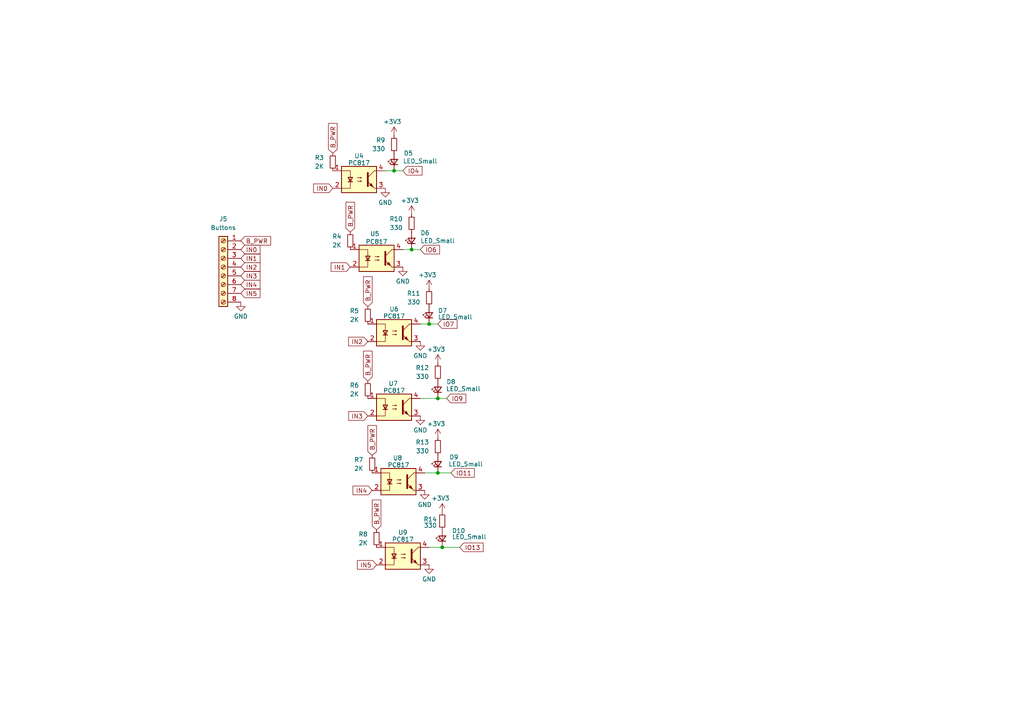
<source format=kicad_sch>
(kicad_sch (version 20250114) (generator "eeschema") (generator_version "9.0")
  (paper "A4")
  (title_block (title "Input Pico") (date "2025-04-08") (rev "v1") (company "Scott Hanson"))
  (lib_symbols
    (symbol "Connector:Screw_Terminal_01x08" (pin_names (offset 1.016) (hide yes))
      (property "Reference" "J" (at 0 10.16 0))
      (property "Value" "Screw_Terminal_01x08" (at 0 -12.7 0))
      (symbol "Screw_Terminal_01x08_1_1"
        (rectangle (start -1.27 8.89) (end 1.27 -11.43) (stroke (width 0.254)) (fill (type background)))
        (polyline (pts (xy -0.5334 7.9502) (xy 0.3302 7.112)) (stroke (width 0.1524)))
        (polyline (pts (xy -0.5334 5.4102) (xy 0.3302 4.572)) (stroke (width 0.1524)))
        (polyline (pts (xy -0.5334 2.8702) (xy 0.3302 2.032)) (stroke (width 0.1524)))
        (polyline (pts (xy -0.5334 0.3302) (xy 0.3302 -0.508)) (stroke (width 0.1524)))
        (polyline (pts (xy -0.5334 -2.2098) (xy 0.3302 -3.048)) (stroke (width 0.1524)))
        (polyline (pts (xy -0.5334 -4.7498) (xy 0.3302 -5.588)) (stroke (width 0.1524)))
        (polyline (pts (xy -0.5334 -7.2898) (xy 0.3302 -8.128)) (stroke (width 0.1524)))
        (polyline (pts (xy -0.5334 -9.8298) (xy 0.3302 -10.668)) (stroke (width 0.1524)))
        (polyline (pts (xy -0.3556 8.128) (xy 0.508 7.2898)) (stroke (width 0.1524)))
        (polyline (pts (xy -0.3556 5.588) (xy 0.508 4.7498)) (stroke (width 0.1524)))
        (polyline (pts (xy -0.3556 3.048) (xy 0.508 2.2098)) (stroke (width 0.1524)))
        (polyline (pts (xy -0.3556 0.508) (xy 0.508 -0.3302)) (stroke (width 0.1524)))
        (polyline (pts (xy -0.3556 -2.032) (xy 0.508 -2.8702)) (stroke (width 0.1524)))
        (polyline (pts (xy -0.3556 -4.572) (xy 0.508 -5.4102)) (stroke (width 0.1524)))
        (polyline (pts (xy -0.3556 -7.112) (xy 0.508 -7.9502)) (stroke (width 0.1524)))
        (polyline (pts (xy -0.3556 -9.652) (xy 0.508 -10.4902)) (stroke (width 0.1524)))
        (circle (center 0 7.62) (radius 0.635) (stroke (width 0.1524)))
        (circle (center 0 5.08) (radius 0.635) (stroke (width 0.1524)))
        (circle (center 0 2.54) (radius 0.635) (stroke (width 0.1524)))
        (circle (center 0 0) (radius 0.635) (stroke (width 0.1524)))
        (circle (center 0 -2.54) (radius 0.635) (stroke (width 0.1524)))
        (circle (center 0 -5.08) (radius 0.635) (stroke (width 0.1524)))
        (circle (center 0 -7.62) (radius 0.635) (stroke (width 0.1524)))
        (circle (center 0 -10.16) (radius 0.635) (stroke (width 0.1524)))
        (pin passive line (at -5.08 7.62 0) (length 3.81) (name "Pin_1") (number "1"))
        (pin passive line (at -5.08 5.08 0) (length 3.81) (name "Pin_2") (number "2"))
        (pin passive line (at -5.08 2.54 0) (length 3.81) (name "Pin_3") (number "3"))
        (pin passive line (at -5.08 0 0) (length 3.81) (name "Pin_4") (number "4"))
        (pin passive line (at -5.08 -2.54 0) (length 3.81) (name "Pin_5") (number "5"))
        (pin passive line (at -5.08 -5.08 0) (length 3.81) (name "Pin_6") (number "6"))
        (pin passive line (at -5.08 -7.62 0) (length 3.81) (name "Pin_7") (number "7"))
        (pin passive line (at -5.08 -10.16 0) (length 3.81) (name "Pin_8") (number "8"))
      )
    )
    (symbol "Device:LED_Small" (pin_numbers (hide yes)) (pin_names (offset 0.254) (hide yes))
      (property "Reference" "D" (at -1.27 3.175 0))
      (property "Value" "LED_Small" (at -4.445 -2.54 0))
      (symbol "LED_Small_0_1"
        (polyline (pts (xy -0.762 -1.016) (xy -0.762 1.016)) (stroke (width 0.254)))
        (polyline (pts (xy 0 0.762) (xy -0.508 1.27) (xy -0.254 1.27) (xy -0.508 1.27) (xy -0.508 1.016)))
        (polyline (pts (xy 0.508 1.27) (xy 0 1.778) (xy 0.254 1.778) (xy 0 1.778) (xy 0 1.524)))
        (polyline (pts (xy 0.762 -1.016) (xy -0.762 0) (xy 0.762 1.016) (xy 0.762 -1.016)) (stroke (width 0.254)))
        (polyline (pts (xy 1.016 0) (xy -0.762 0)))
      )
      (symbol "LED_Small_1_1"
        (pin passive line (at -2.54 0 0) (length 1.778) (name "K") (number "1"))
        (pin passive line (at 2.54 0 180) (length 1.778) (name "A") (number "2"))
      )
    )
    (symbol "Device:R_Small" (pin_numbers (hide yes)) (pin_names (offset 0.254) (hide yes))
      (property "Reference" "R" (at 0.762 0.508 0))
      (property "Value" "R_Small" (at 0.762 -1.016 0))
      (symbol "R_Small_0_1"
        (rectangle (start -0.762 1.778) (end 0.762 -1.778) (stroke (width 0.2032)))
      )
      (symbol "R_Small_1_1"
        (pin passive line (at 0 2.54 270) (length 0.762) (name "~") (number "1"))
        (pin passive line (at 0 -2.54 90) (length 0.762) (name "~") (number "2"))
      )
    )
    (symbol "Isolator:PC817" (pin_names (offset 1.016))
      (property "Reference" "U" (at -5.08 5.08 0))
      (property "Value" "PC817" (at 0 5.08 0))
      (symbol "PC817_0_1"
        (rectangle (start -5.08 3.81) (end 5.08 -3.81) (stroke (width 0.254)) (fill (type background)))
        (polyline (pts (xy -5.08 2.54) (xy -2.54 2.54) (xy -2.54 -0.635)))
        (polyline (pts (xy -3.175 -0.635) (xy -1.905 -0.635)) (stroke (width 0.254)))
        (polyline (pts (xy -2.54 -0.635) (xy -2.54 -2.54) (xy -5.08 -2.54)))
        (polyline (pts (xy -2.54 -0.635) (xy -3.175 0.635) (xy -1.905 0.635) (xy -2.54 -0.635)) (stroke (width 0.254)))
        (polyline (pts (xy -0.508 0.508) (xy 0.762 0.508) (xy 0.381 0.381) (xy 0.381 0.635) (xy 0.762 0.508)))
        (polyline (pts (xy -0.508 -0.508) (xy 0.762 -0.508) (xy 0.381 -0.635) (xy 0.381 -0.381) (xy 0.762 -0.508)))
        (polyline (pts (xy 2.54 1.905) (xy 2.54 -1.905) (xy 2.54 -1.905)) (stroke (width 0.508)))
        (polyline (pts (xy 2.54 0.635) (xy 4.445 2.54)))
        (polyline (pts (xy 3.048 -1.651) (xy 3.556 -1.143) (xy 4.064 -2.159) (xy 3.048 -1.651) (xy 3.048 -1.651)) (fill (type outline)))
        (polyline (pts (xy 4.445 2.54) (xy 5.08 2.54)))
        (polyline (pts (xy 4.445 -2.54) (xy 2.54 -0.635)) (fill (type outline)))
        (polyline (pts (xy 4.445 -2.54) (xy 5.08 -2.54)))
      )
      (symbol "PC817_1_1"
        (pin passive line (at -7.62 2.54 0) (length 2.54) (name "~") (number "1"))
        (pin passive line (at -7.62 -2.54 0) (length 2.54) (name "~") (number "2"))
        (pin passive line (at 7.62 2.54 180) (length 2.54) (name "~") (number "4"))
        (pin passive line (at 7.62 -2.54 180) (length 2.54) (name "~") (number "3"))
      )
    )
    (symbol "power:+3.3V" (power) (pin_names (offset 0))
      (property "Value" "+3.3V" (at 0 3.556 0))
      (symbol "+3.3V_0_1"
        (polyline (pts (xy -0.762 1.27) (xy 0 2.54)))
        (polyline (pts (xy 0 2.54) (xy 0.762 1.27)))
        (polyline (pts (xy 0 0) (xy 0 2.54)))
      )
      (symbol "+3.3V_1_1"
        (pin power_in line (at 0 0 90) (length 0) (hide yes) (name "+3V3") (number "1"))
      )
    )
    (symbol "power:GND" (power) (pin_names (offset 0))
      (property "Value" "GND" (at 0 -3.81 0))
      (symbol "GND_0_1"
        (polyline (pts (xy 0 0) (xy 0 -1.27) (xy 1.27 -1.27) (xy 0 -2.54) (xy -1.27 -1.27) (xy 0 -1.27)))
      )
      (symbol "GND_1_1"
        (pin power_in line (at 0 0 270) (length 0) (hide yes) (name "GND") (number "1"))
      )
    )
  )
  (junction (at 128.27 158.75))
  (junction (at 114.3 49.53))
  (junction (at 127 137.16))
  (junction (at 119.38 72.39))
  (junction (at 124.46 93.98))
  (junction (at 127 115.57))
  (wire (pts (xy 119.38 72.39) (xy 121.92 72.39)))
  (wire (pts (xy 123.19 137.16) (xy 127 137.16)))
  (wire (pts (xy 124.46 93.98) (xy 127 93.98)))
  (wire (pts (xy 116.84 72.39) (xy 119.38 72.39)))
  (wire (pts (xy 114.3 49.53) (xy 116.84 49.53)))
  (wire (pts (xy 124.46 158.75) (xy 128.27 158.75)))
  (wire (pts (xy 121.92 93.98) (xy 124.46 93.98)))
  (wire (pts (xy 128.27 158.75) (xy 133.35 158.75)))
  (wire (pts (xy 127 137.16) (xy 130.81 137.16)))
  (wire (pts (xy 121.92 115.57) (xy 127 115.57)))
  (wire (pts (xy 127 115.57) (xy 129.54 115.57)))
  (wire (pts (xy 111.76 49.53) (xy 114.3 49.53)))
  (global_label "IO7" (shape input) (at 127 93.98 0) (property "Intersheetrefs" "${INTERSHEET_REFS}" (effects (hide yes))))
  (global_label "IN4" (shape input) (at 107.95 142.24 180) (property "Intersheetrefs" "${INTERSHEET_REFS}" (effects (hide yes))))
  (global_label "IN1" (shape input) (at 101.6 77.47 180) (property "Intersheetrefs" "${INTERSHEET_REFS}" (effects (hide yes))))
  (global_label "IO6" (shape input) (at 121.92 72.39 0) (property "Intersheetrefs" "${INTERSHEET_REFS}" (effects (hide yes))))
  (global_label "IN0" (shape input) (at 69.85 72.39 0) (property "Intersheetrefs" "${INTERSHEET_REFS}" (effects (hide yes))))
  (global_label "IO4" (shape input) (at 116.84 49.53 0) (property "Intersheetrefs" "${INTERSHEET_REFS}" (effects (hide yes))))
  (global_label "IN1" (shape input) (at 69.85 74.93 0) (property "Intersheetrefs" "${INTERSHEET_REFS}" (effects (hide yes))))
  (global_label "IO11" (shape input) (at 130.81 137.16 0) (property "Intersheetrefs" "${INTERSHEET_REFS}" (effects (hide yes))))
  (global_label "IN3" (shape input) (at 69.85 80.01 0) (property "Intersheetrefs" "${INTERSHEET_REFS}" (effects (hide yes))))
  (global_label "IN0" (shape input) (at 96.52 54.61 180) (property "Intersheetrefs" "${INTERSHEET_REFS}" (effects (hide yes))))
  (global_label "B_PWR" (shape input) (at 107.95 132.08 90) (property "Intersheetrefs" "${INTERSHEET_REFS}" (effects (hide yes))))
  (global_label "IN3" (shape input) (at 106.68 120.65 180) (property "Intersheetrefs" "${INTERSHEET_REFS}" (effects (hide yes))))
  (global_label "B_PWR" (shape input) (at 106.68 110.49 90) (property "Intersheetrefs" "${INTERSHEET_REFS}" (effects (hide yes))))
  (global_label "IN2" (shape input) (at 69.85 77.47 0) (property "Intersheetrefs" "${INTERSHEET_REFS}" (effects (hide yes))))
  (global_label "IO9" (shape input) (at 129.54 115.57 0) (property "Intersheetrefs" "${INTERSHEET_REFS}" (effects (hide yes))))
  (global_label "B_PWR" (shape input) (at 101.6 67.31 90) (property "Intersheetrefs" "${INTERSHEET_REFS}" (effects (hide yes))))
  (global_label "IN4" (shape input) (at 69.85 82.55 0) (property "Intersheetrefs" "${INTERSHEET_REFS}" (effects (hide yes))))
  (global_label "B_PWR" (shape input) (at 106.68 88.9 90) (property "Intersheetrefs" "${INTERSHEET_REFS}" (effects (hide yes))))
  (global_label "IO13" (shape input) (at 133.35 158.75 0) (property "Intersheetrefs" "${INTERSHEET_REFS}" (effects (hide yes))))
  (global_label "B_PWR" (shape input) (at 96.52 44.45 90) (property "Intersheetrefs" "${INTERSHEET_REFS}" (effects (hide yes))))
  (global_label "B_PWR" (shape input) (at 109.22 153.67 90) (property "Intersheetrefs" "${INTERSHEET_REFS}" (effects (hide yes))))
  (global_label "IN2" (shape input) (at 106.68 99.06 180) (property "Intersheetrefs" "${INTERSHEET_REFS}" (effects (hide yes))))
  (global_label "B_PWR" (shape input) (at 69.85 69.85 0) (property "Intersheetrefs" "${INTERSHEET_REFS}" (effects (hide yes))))
  (global_label "IN5" (shape input) (at 109.22 163.83 180) (property "Intersheetrefs" "${INTERSHEET_REFS}" (effects (hide yes))))
  (global_label "IN5" (shape input) (at 69.85 85.09 0) (property "Intersheetrefs" "${INTERSHEET_REFS}" (effects (hide yes))))
  (symbol (lib_id "Isolator:PC817") (at 114.3 118.11 0) (unit 1)
    (property "Reference" "U7" (at 114.046 111.252 0))
    (property "Value" "PC817" (at 114.3 113.284 0))
    (property "Footprint" "Package_DIP:DIP-4_W7.62mm" (effects (hide yes)))
    (property "Datasheet" "http://www.soselectronic.cz/a_info/resource/d/pc817.pdf" (effects (hide yes)))
    (property "Description" "DC Optocoupler, Vce 35V, CTR 50-300%, DIP-4" (effects (hide yes)))
    (property "LCSC_PN" "C5350" (effects (hide yes)))
  )
  (symbol (lib_id "Isolator:PC817") (at 116.84 161.29 0) (unit 1)
    (property "Reference" "U9" (at 116.84 154.432 0))
    (property "Value" "PC817" (at 116.84 156.464 0))
    (property "Footprint" "Package_DIP:DIP-4_W7.62mm" (effects (hide yes)))
    (property "Datasheet" "http://www.soselectronic.cz/a_info/resource/d/pc817.pdf" (effects (hide yes)))
    (property "Description" "DC Optocoupler, Vce 35V, CTR 50-300%, DIP-4" (effects (hide yes)))
    (property "LCSC_PN" "C5350" (effects (hide yes)))
  )
  (symbol (lib_id "power:+3.3V") (at 127 127 0) (unit 1)
    (property "Reference" "#PWR036" (effects (hide yes)))
    (property "Value" "+3V3" (at 126.492 122.936 0))
  )
  (symbol (lib_id "Device:LED_Small") (at 119.38 69.85 90) (unit 1)
    (property "Reference" "D6" (at 121.92 67.564 90) (effects (justify right)))
    (property "Value" "LED_Small" (at 121.92 69.85 90) (effects (justify right)))
    (property "Footprint" "LED_SMD:LED_0603_1608Metric" (effects (hide yes)))
    (property "Description" "Light emitting diode, small symbol" (effects (hide yes)))
    (property "Sim.Pin" "1=K 2=A" (effects (hide yes)))
    (property "LCSC_PN" "C2286" (effects (hide yes)))
  )
  (symbol (lib_id "power:GND") (at 123.19 142.24 0) (unit 1)
    (property "Reference" "#PWR032" (effects (hide yes)))
    (property "Value" "GND" (at 123.19 146.3755 0))
  )
  (symbol (lib_id "Device:LED_Small") (at 127 134.62 90) (unit 1)
    (property "Reference" "D9" (at 130.302 132.588 90) (effects (justify right)))
    (property "Value" "LED_Small" (at 130.048 134.62 90) (effects (justify right)))
    (property "Footprint" "LED_SMD:LED_0603_1608Metric" (effects (hide yes)))
    (property "Description" "Light emitting diode, small symbol" (effects (hide yes)))
    (property "Sim.Pin" "1=K 2=A" (effects (hide yes)))
    (property "LCSC_PN" "C2286" (effects (hide yes)))
  )
  (symbol (lib_id "power:+3.3V") (at 127 105.41 0) (unit 1)
    (property "Reference" "#PWR035" (effects (hide yes)))
    (property "Value" "+3V3" (at 126.492 101.346 0))
  )
  (symbol (lib_id "power:GND") (at 124.46 163.83 0) (unit 1)
    (property "Reference" "#PWR033" (effects (hide yes)))
    (property "Value" "GND" (at 124.46 167.9655 0))
  )
  (symbol (lib_id "Isolator:PC817") (at 109.22 74.93 0) (unit 1)
    (property "Reference" "U5" (at 108.712 67.818 0))
    (property "Value" "PC817" (at 109.22 70.104 0))
    (property "Footprint" "Package_DIP:DIP-4_W7.62mm" (effects (hide yes)))
    (property "Datasheet" "http://www.soselectronic.cz/a_info/resource/d/pc817.pdf" (effects (hide yes)))
    (property "Description" "DC Optocoupler, Vce 35V, CTR 50-300%, DIP-4" (effects (hide yes)))
    (property "LCSC_PN" "C5350" (effects (hide yes)))
  )
  (symbol (lib_id "power:GND") (at 121.92 99.06 0) (unit 1)
    (property "Reference" "#PWR030" (effects (hide yes)))
    (property "Value" "GND" (at 121.92 103.1955 0))
  )
  (symbol (lib_id "Device:R_Small") (at 109.22 156.21 0) (mirror y) (unit 1)
    (property "Reference" "R8" (at 106.68 154.9399 0) (effects (justify left)))
    (property "Value" "2K" (at 106.68 157.4799 0) (effects (justify left)))
    (property "Footprint" "Resistor_SMD:R_0603_1608Metric" (effects (hide yes)))
    (property "Description" "Resistor, small symbol" (effects (hide yes)))
    (property "LCSC_PN" "C21190" (effects (hide yes)))
  )
  (symbol (lib_id "Device:R_Small") (at 119.38 64.77 0) (mirror y) (unit 1)
    (property "Reference" "R10" (at 116.84 63.4999 0) (effects (justify left)))
    (property "Value" "330" (at 116.84 66.0399 0) (effects (justify left)))
    (property "Footprint" "Resistor_SMD:R_0603_1608Metric" (effects (hide yes)))
    (property "Description" "Resistor, small symbol" (effects (hide yes)))
    (property "LCSC_PN" "C22962" (effects (hide yes)))
  )
  (symbol (lib_id "power:GND") (at 116.84 77.47 0) (unit 1)
    (property "Reference" "#PWR029" (effects (hide yes)))
    (property "Value" "GND" (at 116.84 81.6055 0))
  )
  (symbol (lib_id "Connector:Screw_Terminal_01x08") (at 64.77 77.47 0) (mirror y) (unit 1)
    (property "Reference" "J5" (at 64.77 63.5 0))
    (property "Value" "Buttons" (at 64.77 66.04 0))
    (property "Footprint" "Connector_Phoenix_MC_HighVoltage:PhoenixContact_MCV_1,5_8-G-5.08_1x08_P5.08mm_Vertical" (effects (hide yes)))
  )
  (symbol (lib_id "Device:LED_Small") (at 128.27 156.21 90) (unit 1)
    (property "Reference" "D10" (at 131.064 153.924 90) (effects (justify right)))
    (property "Value" "LED_Small" (at 131.064 155.702 90) (effects (justify right)))
    (property "Footprint" "LED_SMD:LED_0603_1608Metric" (effects (hide yes)))
    (property "Description" "Light emitting diode, small symbol" (effects (hide yes)))
    (property "Sim.Pin" "1=K 2=A" (effects (hide yes)))
    (property "LCSC_PN" "C2286" (effects (hide yes)))
  )
  (symbol (lib_id "Device:R_Small") (at 107.95 134.62 0) (mirror y) (unit 1)
    (property "Reference" "R7" (at 105.41 133.3499 0) (effects (justify left)))
    (property "Value" "2K" (at 105.41 135.8899 0) (effects (justify left)))
    (property "Footprint" "Resistor_SMD:R_0603_1608Metric" (effects (hide yes)))
    (property "Description" "Resistor, small symbol" (effects (hide yes)))
    (property "LCSC_PN" "C21190" (effects (hide yes)))
  )
  (symbol (lib_id "power:+3.3V") (at 114.3 39.37 0) (unit 1)
    (property "Reference" "#PWR024" (effects (hide yes)))
    (property "Value" "+3V3" (at 113.792 35.306 0))
  )
  (symbol (lib_id "Isolator:PC817") (at 104.14 52.07 0) (unit 1)
    (property "Reference" "U4" (at 104.14 45.212 0))
    (property "Value" "PC817" (at 104.14 47.244 0))
    (property "Footprint" "Package_DIP:DIP-4_W7.62mm" (effects (hide yes)))
    (property "Datasheet" "http://www.soselectronic.cz/a_info/resource/d/pc817.pdf" (effects (hide yes)))
    (property "Description" "DC Optocoupler, Vce 35V, CTR 50-300%, DIP-4" (effects (hide yes)))
    (property "LCSC_PN" "C5350" (effects (hide yes)))
  )
  (symbol (lib_id "Device:R_Small") (at 127 129.54 0) (mirror y) (unit 1)
    (property "Reference" "R13" (at 124.46 128.2699 0) (effects (justify left)))
    (property "Value" "330" (at 124.46 130.8099 0) (effects (justify left)))
    (property "Footprint" "Resistor_SMD:R_0603_1608Metric" (effects (hide yes)))
    (property "Description" "Resistor, small symbol" (effects (hide yes)))
    (property "LCSC_PN" "C22962" (effects (hide yes)))
  )
  (symbol (lib_id "power:GND") (at 111.76 54.61 0) (unit 1)
    (property "Reference" "#PWR027" (effects (hide yes)))
    (property "Value" "GND" (at 111.76 58.7455 0))
  )
  (symbol (lib_id "power:+3.3V") (at 124.46 83.82 0) (unit 1)
    (property "Reference" "#PWR034" (effects (hide yes)))
    (property "Value" "+3V3" (at 123.952 79.756 0))
  )
  (symbol (lib_id "Device:LED_Small") (at 124.46 91.44 90) (unit 1)
    (property "Reference" "D7" (at 127 90.1064 90) (effects (justify right)))
    (property "Value" "LED_Small" (at 127 91.948 90) (effects (justify right)))
    (property "Footprint" "LED_SMD:LED_0603_1608Metric" (effects (hide yes)))
    (property "Description" "Light emitting diode, small symbol" (effects (hide yes)))
    (property "Sim.Pin" "1=K 2=A" (effects (hide yes)))
    (property "LCSC_PN" "C2286" (effects (hide yes)))
  )
  (symbol (lib_id "Device:R_Small") (at 127 107.95 0) (mirror y) (unit 1)
    (property "Reference" "R12" (at 124.46 106.6799 0) (effects (justify left)))
    (property "Value" "330" (at 124.46 109.2199 0) (effects (justify left)))
    (property "Footprint" "Resistor_SMD:R_0603_1608Metric" (effects (hide yes)))
    (property "Description" "Resistor, small symbol" (effects (hide yes)))
    (property "LCSC_PN" "C22962" (effects (hide yes)))
  )
  (symbol (lib_id "Device:R_Small") (at 101.6 69.85 0) (mirror y) (unit 1)
    (property "Reference" "R4" (at 99.06 68.5799 0) (effects (justify left)))
    (property "Value" "2K" (at 99.06 71.1199 0) (effects (justify left)))
    (property "Footprint" "Resistor_SMD:R_0603_1608Metric" (effects (hide yes)))
    (property "Description" "Resistor, small symbol" (effects (hide yes)))
    (property "LCSC_PN" "C21190" (effects (hide yes)))
  )
  (symbol (lib_id "Isolator:PC817") (at 114.3 96.52 0) (unit 1)
    (property "Reference" "U6" (at 114.3 89.662 0))
    (property "Value" "PC817" (at 114.3 91.694 0))
    (property "Footprint" "Package_DIP:DIP-4_W7.62mm" (effects (hide yes)))
    (property "Datasheet" "http://www.soselectronic.cz/a_info/resource/d/pc817.pdf" (effects (hide yes)))
    (property "Description" "DC Optocoupler, Vce 35V, CTR 50-300%, DIP-4" (effects (hide yes)))
    (property "LCSC_PN" "C5350" (effects (hide yes)))
  )
  (symbol (lib_id "Device:R_Small") (at 96.52 46.99 0) (mirror y) (unit 1)
    (property "Reference" "R3" (at 93.98 45.7199 0) (effects (justify left)))
    (property "Value" "2K" (at 93.98 48.2599 0) (effects (justify left)))
    (property "Footprint" "Resistor_SMD:R_0603_1608Metric" (effects (hide yes)))
    (property "Description" "Resistor, small symbol" (effects (hide yes)))
    (property "LCSC_PN" "C21190" (effects (hide yes)))
  )
  (symbol (lib_id "power:GND") (at 121.92 120.65 0) (unit 1)
    (property "Reference" "#PWR031" (effects (hide yes)))
    (property "Value" "GND" (at 121.92 124.7855 0))
  )
  (symbol (lib_id "Device:R_Small") (at 114.3 41.91 0) (mirror y) (unit 1)
    (property "Reference" "R9" (at 111.76 40.6399 0) (effects (justify left)))
    (property "Value" "330" (at 111.76 43.1799 0) (effects (justify left)))
    (property "Footprint" "Resistor_SMD:R_0603_1608Metric" (effects (hide yes)))
    (property "Description" "Resistor, small symbol" (effects (hide yes)))
    (property "LCSC_PN" "C22962" (effects (hide yes)))
  )
  (symbol (lib_id "power:+3.3V") (at 119.38 62.23 0) (unit 1)
    (property "Reference" "#PWR028" (effects (hide yes)))
    (property "Value" "+3V3" (at 118.872 58.166 0))
  )
  (symbol (lib_id "Device:R_Small") (at 106.68 113.03 0) (mirror y) (unit 1)
    (property "Reference" "R6" (at 104.14 111.7599 0) (effects (justify left)))
    (property "Value" "2K" (at 104.14 114.2999 0) (effects (justify left)))
    (property "Footprint" "Resistor_SMD:R_0603_1608Metric" (effects (hide yes)))
    (property "Description" "Resistor, small symbol" (effects (hide yes)))
    (property "LCSC_PN" "C21190" (effects (hide yes)))
  )
  (symbol (lib_id "power:GND") (at 69.85 87.63 0) (unit 1)
    (property "Reference" "#PWR025" (effects (hide yes)))
    (property "Value" "GND" (at 69.85 91.7655 0))
  )
  (symbol (lib_id "Device:LED_Small") (at 127 113.03 90) (unit 1)
    (property "Reference" "D8" (at 130.81 110.744 90))
    (property "Value" "LED_Small" (at 134.366 112.776 90))
    (property "Footprint" "LED_SMD:LED_0603_1608Metric" (effects (hide yes)))
    (property "Description" "Light emitting diode, small symbol" (effects (hide yes)))
    (property "Sim.Pin" "1=K 2=A" (effects (hide yes)))
    (property "LCSC_PN" "C2286" (effects (hide yes)))
  )
  (symbol (lib_id "Device:R_Small") (at 128.27 151.13 0) (mirror y) (unit 1)
    (property "Reference" "R14" (at 126.746 150.622 0) (effects (justify left)))
    (property "Value" "330" (at 126.746 152.4 0) (effects (justify left)))
    (property "Footprint" "Resistor_SMD:R_0603_1608Metric" (effects (hide yes)))
    (property "Description" "Resistor, small symbol" (effects (hide yes)))
    (property "LCSC_PN" "C22962" (effects (hide yes)))
  )
  (symbol (lib_id "Device:R_Small") (at 106.68 91.44 0) (mirror y) (unit 1)
    (property "Reference" "R5" (at 104.14 90.1699 0) (effects (justify left)))
    (property "Value" "2K" (at 104.14 92.7099 0) (effects (justify left)))
    (property "Footprint" "Resistor_SMD:R_0603_1608Metric" (effects (hide yes)))
    (property "Description" "Resistor, small symbol" (effects (hide yes)))
    (property "LCSC_PN" "C21190" (effects (hide yes)))
  )
  (symbol (lib_id "Device:R_Small") (at 124.46 86.36 0) (mirror y) (unit 1)
    (property "Reference" "R11" (at 121.92 85.0899 0) (effects (justify left)))
    (property "Value" "330" (at 121.92 87.6299 0) (effects (justify left)))
    (property "Footprint" "Resistor_SMD:R_0603_1608Metric" (effects (hide yes)))
    (property "Description" "Resistor, small symbol" (effects (hide yes)))
    (property "LCSC_PN" "C22962" (effects (hide yes)))
  )
  (symbol (lib_id "power:+3.3V") (at 128.27 148.59 0) (unit 1)
    (property "Reference" "#PWR037" (effects (hide yes)))
    (property "Value" "+3V3" (at 127.762 144.526 0))
  )
  (symbol (lib_id "Device:LED_Small") (at 114.3 46.99 90) (unit 1)
    (property "Reference" "D5" (at 117.094 44.45 90) (effects (justify right)))
    (property "Value" "LED_Small" (at 116.84 46.736 90) (effects (justify right)))
    (property "Footprint" "LED_SMD:LED_0603_1608Metric" (effects (hide yes)))
    (property "Description" "Light emitting diode, small symbol" (effects (hide yes)))
    (property "Sim.Pin" "1=K 2=A" (effects (hide yes)))
    (property "LCSC_PN" "C2286" (effects (hide yes)))
  )
  (symbol (lib_id "Isolator:PC817") (at 115.57 139.7 0) (unit 1)
    (property "Reference" "U8" (at 115.316 132.842 0))
    (property "Value" "PC817" (at 115.57 134.874 0))
    (property "Footprint" "Package_DIP:DIP-4_W7.62mm" (effects (hide yes)))
    (property "Datasheet" "http://www.soselectronic.cz/a_info/resource/d/pc817.pdf" (effects (hide yes)))
    (property "Description" "DC Optocoupler, Vce 35V, CTR 50-300%, DIP-4" (effects (hide yes)))
    (property "LCSC_PN" "C5350" (effects (hide yes)))
  )
)
</source>
